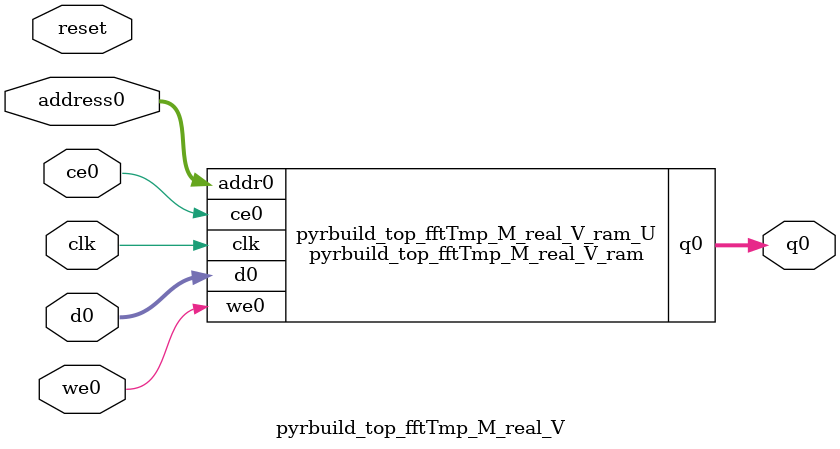
<source format=v>

`timescale 1 ns / 1 ps
module pyrbuild_top_fftTmp_M_real_V_ram (addr0, ce0, d0, we0, q0,  clk);

parameter DWIDTH = 16;
parameter AWIDTH = 10;
parameter MEM_SIZE = 1024;

input[AWIDTH-1:0] addr0;
input ce0;
input[DWIDTH-1:0] d0;
input we0;
output reg[DWIDTH-1:0] q0;
input clk;

(* ram_style = "block" *)reg [DWIDTH-1:0] ram[MEM_SIZE-1:0];




always @(posedge clk)  
begin 
    if (ce0) 
    begin
        if (we0) 
        begin 
            ram[addr0] <= d0; 
            q0 <= d0;
        end 
        else 
            q0 <= ram[addr0];
    end
end


endmodule


`timescale 1 ns / 1 ps
module pyrbuild_top_fftTmp_M_real_V(
    reset,
    clk,
    address0,
    ce0,
    we0,
    d0,
    q0);

parameter DataWidth = 32'd16;
parameter AddressRange = 32'd1024;
parameter AddressWidth = 32'd10;
input reset;
input clk;
input[AddressWidth - 1:0] address0;
input ce0;
input we0;
input[DataWidth - 1:0] d0;
output[DataWidth - 1:0] q0;



pyrbuild_top_fftTmp_M_real_V_ram pyrbuild_top_fftTmp_M_real_V_ram_U(
    .clk( clk ),
    .addr0( address0 ),
    .ce0( ce0 ),
    .d0( d0 ),
    .we0( we0 ),
    .q0( q0 ));

endmodule


</source>
